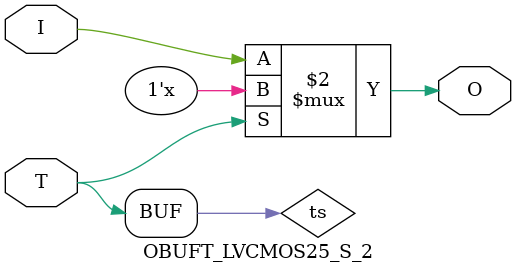
<source format=v>

/*

FUNCTION    : TRI-STATE OUTPUT BUFFER

*/

`celldefine
`timescale  100 ps / 10 ps

module OBUFT_LVCMOS25_S_2 (O, I, T);

    output O;

    input  I, T;

    or O1 (ts, 1'b0, T);
    bufif0 T1 (O, I, ts);

endmodule

</source>
